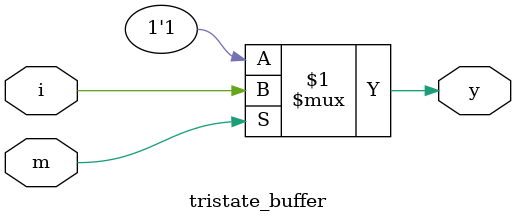
<source format=v>
module mux_41(output z, input [3:0]i, input [1:0]s);
	wire [3:0]m, d;
	decoder_24 gate(m, s);
	tristate_buffer g1(d[0], m[0], i[0]);
	tristate_buffer g2(d[1], m[1], i[1]);
	tristate_buffer g3(d[2], m[2], i[2]);
	tristate_buffer g4(d[3], m[3], i[3]);
	assign z = d[0] & d[1] & d[2] & d[3];
endmodule 
module decoder_24(output [3:0]m, input [1:0]a, input e);
	assign m[0] = (~a[1]) & (~a[0]);
	assign m[1] = (~a[1]) & (a[0]);
	assign m[2] = (a[1]) & (~a[0]);
	assign m[3] = (a[1]) & (a[0]);
endmodule 
module tristate_buffer(output y, input m, i);
	assign y = m?i:1'b1;
endmodule 
</source>
